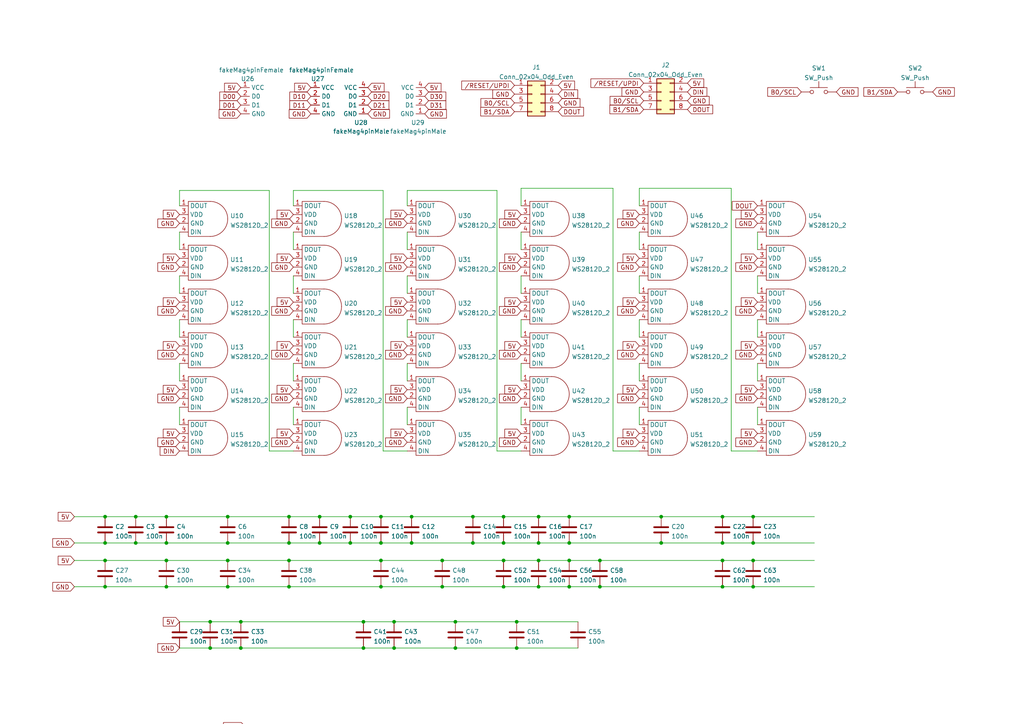
<source format=kicad_sch>
(kicad_sch (version 20230121) (generator eeschema)
  (paper "A4")
  (lib_symbols
    (symbol "Connector_Generic:Conn_02x04_Odd_Even" (pin_names (offset 1.016) hide)
      (property "Reference" "J" (at 1.27 5.08 0))
      (property "Value" "Conn_02x04_Odd_Even" (at 1.27 -7.62 0))
      (symbol "Conn_02x04_Odd_Even_1_1"
        (rectangle (start -1.27 -4.953) (end 0 -5.207) (stroke (width 0.1524)))
        (rectangle (start -1.27 -2.413) (end 0 -2.667) (stroke (width 0.1524)))
        (rectangle (start -1.27 0.127) (end 0 -0.127) (stroke (width 0.1524)))
        (rectangle (start -1.27 2.667) (end 0 2.413) (stroke (width 0.1524)))
        (rectangle (start -1.27 3.81) (end 3.81 -6.35) (stroke (width 0.254)) (fill (type background)))
        (rectangle (start 3.81 -4.953) (end 2.54 -5.207) (stroke (width 0.1524)))
        (rectangle (start 3.81 -2.413) (end 2.54 -2.667) (stroke (width 0.1524)))
        (rectangle (start 3.81 0.127) (end 2.54 -0.127) (stroke (width 0.1524)))
        (rectangle (start 3.81 2.667) (end 2.54 2.413) (stroke (width 0.1524)))
        (pin passive line (at -5.08 2.54 0) (length 3.81) (name "Pin_1") (number "1"))
        (pin passive line (at 7.62 2.54 180) (length 3.81) (name "Pin_2") (number "2"))
        (pin passive line (at -5.08 0 0) (length 3.81) (name "Pin_3") (number "3"))
        (pin passive line (at 7.62 0 180) (length 3.81) (name "Pin_4") (number "4"))
        (pin passive line (at -5.08 -2.54 0) (length 3.81) (name "Pin_5") (number "5"))
        (pin passive line (at 7.62 -2.54 180) (length 3.81) (name "Pin_6") (number "6"))
        (pin passive line (at -5.08 -5.08 0) (length 3.81) (name "Pin_7") (number "7"))
        (pin passive line (at 7.62 -5.08 180) (length 3.81) (name "Pin_8") (number "8"))
      )
    )
    (symbol "Device:C" (pin_numbers hide) (pin_names (offset 0.254))
      (property "Reference" "C" (at 0.635 2.54 0))
      (property "Value" "C" (at 0.635 -2.54 0))
      (symbol "C_0_1"
        (polyline (pts (xy -2.032 -0.762) (xy 2.032 -0.762)) (stroke (width 0.508)))
        (polyline (pts (xy -2.032 0.762) (xy 2.032 0.762)) (stroke (width 0.508)))
      )
      (symbol "C_1_1"
        (pin passive line (at 0 3.81 270) (length 2.794) (name "~") (number "1"))
        (pin passive line (at 0 -3.81 90) (length 2.794) (name "~") (number "2"))
      )
    )
    (symbol "Device:R" (pin_numbers hide) (pin_names (offset 0))
      (property "Reference" "R" (at 2.032 0 90))
      (property "Value" "R" (at 0 0 90))
      (symbol "R_0_1"
        (rectangle (start -1.016 -2.54) (end 1.016 2.54) (stroke (width 0.254)))
      )
      (symbol "R_1_1"
        (pin passive line (at 0 3.81 270) (length 1.27) (name "~") (number "1"))
        (pin passive line (at 0 -3.81 90) (length 1.27) (name "~") (number "2"))
      )
    )
    (symbol "MCU_Microchip_ATtiny:ATtiny1604-SS"
      (property "Reference" "U" (at -12.7 16.51 0))
      (property "Value" "ATtiny1604-SS" (at 2.54 -16.51 0))
      (symbol "ATtiny1604-SS_0_1"
        (rectangle (start -12.7 -15.24) (end 12.7 15.24) (stroke (width 0.254)) (fill (type background)))
      )
      (symbol "ATtiny1604-SS_1_1"
        (pin power_in line (at 0 17.78 270) (length 2.54) (name "VCC") (number "1"))
        (pin bidirectional line (at 15.24 10.16 180) (length 2.54) (name "~{RESET}/PA0") (number "10"))
        (pin bidirectional line (at 15.24 7.62 180) (length 2.54) (name "PA1") (number "11"))
        (pin bidirectional line (at 15.24 5.08 180) (length 2.54) (name "PA2") (number "12"))
        (pin bidirectional line (at 15.24 2.54 180) (length 2.54) (name "PA3") (number "13"))
        (pin power_in line (at 0 -17.78 90) (length 2.54) (name "GND") (number "14"))
        (pin bidirectional line (at 15.24 0 180) (length 2.54) (name "PA4") (number "2"))
        (pin bidirectional line (at 15.24 -2.54 180) (length 2.54) (name "PA5") (number "3"))
        (pin bidirectional line (at 15.24 -5.08 180) (length 2.54) (name "PA6") (number "4"))
        (pin bidirectional line (at 15.24 -7.62 180) (length 2.54) (name "PA7") (number "5"))
        (pin bidirectional line (at -15.24 2.54 0) (length 2.54) (name "PB3") (number "6"))
        (pin bidirectional line (at -15.24 5.08 0) (length 2.54) (name "PB2") (number "7"))
        (pin bidirectional line (at -15.24 7.62 0) (length 2.54) (name "PB1") (number "8"))
        (pin bidirectional line (at -15.24 10.16 0) (length 2.54) (name "PB0") (number "9"))
      )
    )
    (symbol "New_Library:WS2812D_2"
      (property "Reference" "U" (at 0 7.62 0))
      (property "Value" "WS2812D_2" (at 0 10.16 0))
      (symbol "WS2812D_2_0_1"
        (polyline (pts (xy 6.35 5.08) (xy 0 5.08) (xy 0 -5.08) (xy 6.35 -5.08)) (stroke (width 0.1524)))
        (arc (start 6.35 -5.08) (mid 9.9418 -3.5918) (end 11.43 0) (stroke (width 0.1524)))
        (arc (start 11.43 0) (mid 9.9421 3.5921) (end 6.35 5.08) (stroke (width 0.1524)))
      )
      (symbol "WS2812D_2_1_1"
        (pin output line (at -2.54 3.81 0) (length 2.54) (name "DOUT") (number "1"))
        (pin power_in line (at -2.54 -1.27 0) (length 2.54) (name "GND") (number "2"))
        (pin power_in line (at -2.54 1.27 0) (length 2.54) (name "VDD") (number "3"))
        (pin input line (at -2.54 -3.81 0) (length 2.54) (name "DIN") (number "4"))
      )
    )
    (symbol "New_Library:fakeMag4pinFemale"
      (property "Reference" "U" (at -1.27 10.16 0))
      (property "Value" "fakeMag4pinFemale" (at -1.27 7.62 0))
      (symbol "fakeMag4pinFemale_1_1"
        (pin input line (at -2.54 3.81 0) (length 2.54) (name "VCC") (number "1"))
        (pin input line (at -2.54 1.27 0) (length 2.54) (name "D0") (number "2"))
        (pin input line (at -2.54 -1.27 0) (length 2.54) (name "D1") (number "3"))
        (pin input line (at -2.54 -3.81 0) (length 2.54) (name "GND") (number "4"))
      )
    )
    (symbol "New_Library:fakeMag4pinMale"
      (property "Reference" "U" (at -1.27 10.16 0))
      (property "Value" "fakeMag4pinMale" (at -1.27 7.62 0))
      (symbol "fakeMag4pinMale_1_1"
        (pin input line (at -2.54 3.81 0) (length 2.54) (name "GND") (number "1"))
        (pin input line (at -2.54 1.27 0) (length 2.54) (name "D1") (number "2"))
        (pin input line (at -2.54 -1.27 0) (length 2.54) (name "D0") (number "3"))
        (pin input line (at -2.54 -3.81 0) (length 2.54) (name "VCC") (number "4"))
      )
    )
    (symbol "Switch:SW_Push" (pin_numbers hide) (pin_names (offset 1.016) hide)
      (property "Reference" "SW" (at 1.27 2.54 0))
      (property "Value" "SW_Push" (at 0 -1.524 0))
      (symbol "SW_Push_0_1"
        (circle (center -2.032 0) (radius 0.508))
        (polyline (pts (xy 0 1.27) (xy 0 3.048)))
        (polyline (pts (xy 2.54 1.27) (xy -2.54 1.27)))
        (circle (center 2.032 0) (radius 0.508))
        (pin passive line (at -5.08 0 0) (length 2.54) (name "1") (number "1"))
        (pin passive line (at 5.08 0 180) (length 2.54) (name "2") (number "2"))
      )
    )
  )
  (junction (at 132.08 180.34))
  (junction (at 128.27 162.56))
  (junction (at 218.44 162.56))
  (junction (at 48.26 157.48))
  (junction (at 146.05 157.48))
  (junction (at 132.08 187.96))
  (junction (at 30.48 149.86))
  (junction (at 66.04 162.56))
  (junction (at 39.37 157.48))
  (junction (at 110.49 157.48))
  (junction (at 149.86 187.96))
  (junction (at 209.55 170.18))
  (junction (at 39.37 149.86))
  (junction (at 156.21 162.56))
  (junction (at 119.38 149.86))
  (junction (at 92.71 157.48))
  (junction (at 156.21 157.48))
  (junction (at 191.77 149.86))
  (junction (at 137.16 149.86))
  (junction (at 137.16 157.48))
  (junction (at 146.05 149.86))
  (junction (at 165.1 157.48))
  (junction (at 48.26 162.56))
  (junction (at 69.85 187.96))
  (junction (at 83.82 149.86))
  (junction (at 105.41 180.34))
  (junction (at 149.86 180.34))
  (junction (at 110.49 162.56))
  (junction (at 156.21 170.18))
  (junction (at 101.6 157.48))
  (junction (at 173.99 162.56))
  (junction (at 156.21 149.86))
  (junction (at 48.26 170.18))
  (junction (at 209.55 157.48))
  (junction (at 101.6 149.86))
  (junction (at 30.48 170.18))
  (junction (at 165.1 162.56))
  (junction (at 146.05 170.18))
  (junction (at 66.04 157.48))
  (junction (at 105.41 187.96))
  (junction (at 92.71 149.86))
  (junction (at 30.48 157.48))
  (junction (at 83.82 162.56))
  (junction (at 83.82 157.48))
  (junction (at 173.99 170.18))
  (junction (at 66.04 170.18))
  (junction (at 218.44 149.86))
  (junction (at 66.04 149.86))
  (junction (at 30.48 162.56))
  (junction (at 218.44 157.48))
  (junction (at 48.26 149.86))
  (junction (at 209.55 149.86))
  (junction (at 60.96 180.34))
  (junction (at 114.3 187.96))
  (junction (at 69.85 180.34))
  (junction (at 128.27 170.18))
  (junction (at 60.96 187.96))
  (junction (at 165.1 170.18))
  (junction (at 218.44 170.18))
  (junction (at 83.82 170.18))
  (junction (at 191.77 157.48))
  (junction (at 110.49 170.18))
  (junction (at 114.3 180.34))
  (junction (at 209.55 162.56))
  (junction (at 110.49 149.86))
  (junction (at 146.05 162.56))
  (junction (at 165.1 149.86))
  (junction (at 119.38 157.48))
  (wire (pts (xy 219.71 67.31) (xy 219.71 72.39)))
  (wire (pts (xy 83.82 170.18) (xy 110.49 170.18)))
  (wire (pts (xy 185.42 80.01) (xy 185.42 85.09)))
  (wire (pts (xy 118.11 80.01) (xy 118.11 85.09)))
  (wire (pts (xy 118.11 67.31) (xy 118.11 72.39)))
  (wire (pts (xy 48.26 170.18) (xy 66.04 170.18)))
  (wire (pts (xy 219.71 118.11) (xy 219.71 123.19)))
  (wire (pts (xy 156.21 162.56) (xy 165.1 162.56)))
  (wire (pts (xy 128.27 170.18) (xy 146.05 170.18)))
  (wire (pts (xy 119.38 149.86) (xy 137.16 149.86)))
  (wire (pts (xy 30.48 170.18) (xy 48.26 170.18)))
  (wire (pts (xy 185.42 67.31) (xy 185.42 72.39)))
  (wire (pts (xy 110.49 162.56) (xy 128.27 162.56)))
  (wire (pts (xy 48.26 149.86) (xy 66.04 149.86)))
  (wire (pts (xy 185.42 59.69) (xy 185.42 54.61)))
  (wire (pts (xy 177.8 130.81) (xy 185.42 130.81)))
  (wire (pts (xy 146.05 162.56) (xy 156.21 162.56)))
  (wire (pts (xy 144.145 130.81) (xy 151.13 130.81)))
  (wire (pts (xy 146.05 149.86) (xy 156.21 149.86)))
  (wire (pts (xy 146.05 170.18) (xy 156.21 170.18)))
  (wire (pts (xy 191.77 157.48) (xy 209.55 157.48)))
  (wire (pts (xy 85.09 59.69) (xy 85.09 55.245)))
  (wire (pts (xy 151.13 80.01) (xy 151.13 85.09)))
  (wire (pts (xy 191.77 149.86) (xy 209.55 149.86)))
  (wire (pts (xy 39.37 157.48) (xy 48.26 157.48)))
  (wire (pts (xy 85.09 118.11) (xy 85.09 123.19)))
  (wire (pts (xy 114.3 180.34) (xy 132.08 180.34)))
  (wire (pts (xy 111.125 55.245) (xy 111.125 130.81)))
  (wire (pts (xy 52.07 80.01) (xy 52.07 85.09)))
  (wire (pts (xy 39.37 149.86) (xy 48.26 149.86)))
  (wire (pts (xy 137.16 149.86) (xy 146.05 149.86)))
  (wire (pts (xy 101.6 149.86) (xy 110.49 149.86)))
  (wire (pts (xy 119.38 157.48) (xy 137.16 157.48)))
  (wire (pts (xy 165.1 157.48) (xy 191.77 157.48)))
  (wire (pts (xy 144.145 55.245) (xy 144.145 130.81)))
  (wire (pts (xy 177.8 54.61) (xy 177.8 130.81)))
  (wire (pts (xy 21.59 162.56) (xy 30.48 162.56)))
  (wire (pts (xy 101.6 157.48) (xy 110.49 157.48)))
  (wire (pts (xy 118.11 55.245) (xy 144.145 55.245)))
  (wire (pts (xy 52.07 92.71) (xy 52.07 97.79)))
  (wire (pts (xy 156.21 149.86) (xy 165.1 149.86)))
  (wire (pts (xy 146.05 157.48) (xy 156.21 157.48)))
  (wire (pts (xy 151.13 54.61) (xy 177.8 54.61)))
  (wire (pts (xy 165.1 149.86) (xy 191.77 149.86)))
  (wire (pts (xy 60.96 187.96) (xy 69.85 187.96)))
  (wire (pts (xy 69.85 180.34) (xy 105.41 180.34)))
  (wire (pts (xy 30.48 162.56) (xy 48.26 162.56)))
  (wire (pts (xy 137.16 157.48) (xy 146.05 157.48)))
  (wire (pts (xy 69.85 187.96) (xy 105.41 187.96)))
  (wire (pts (xy 185.42 118.11) (xy 185.42 123.19)))
  (wire (pts (xy 218.44 170.18) (xy 236.22 170.18)))
  (wire (pts (xy 218.44 149.86) (xy 236.22 149.86)))
  (wire (pts (xy 52.07 67.31) (xy 52.07 72.39)))
  (wire (pts (xy 173.99 170.18) (xy 209.55 170.18)))
  (wire (pts (xy 21.59 170.18) (xy 30.48 170.18)))
  (wire (pts (xy 185.42 105.41) (xy 185.42 110.49)))
  (wire (pts (xy 111.125 130.81) (xy 118.11 130.81)))
  (wire (pts (xy 48.26 162.56) (xy 66.04 162.56)))
  (wire (pts (xy 219.71 105.41) (xy 219.71 110.49)))
  (wire (pts (xy 105.41 187.96) (xy 114.3 187.96)))
  (wire (pts (xy 66.04 157.48) (xy 83.82 157.48)))
  (wire (pts (xy 156.21 157.48) (xy 165.1 157.48)))
  (wire (pts (xy 110.49 149.86) (xy 119.38 149.86)))
  (wire (pts (xy 149.86 187.96) (xy 167.64 187.96)))
  (wire (pts (xy 110.49 157.48) (xy 119.38 157.48)))
  (wire (pts (xy 66.04 162.56) (xy 83.82 162.56)))
  (wire (pts (xy 85.09 80.01) (xy 85.09 85.09)))
  (wire (pts (xy 85.09 92.71) (xy 85.09 97.79)))
  (wire (pts (xy 110.49 170.18) (xy 128.27 170.18)))
  (wire (pts (xy 218.44 157.48) (xy 236.22 157.48)))
  (wire (pts (xy 118.11 118.11) (xy 118.11 123.19)))
  (wire (pts (xy 66.04 170.18) (xy 83.82 170.18)))
  (wire (pts (xy 92.71 149.86) (xy 101.6 149.86)))
  (wire (pts (xy 114.3 187.96) (xy 132.08 187.96)))
  (wire (pts (xy 52.07 105.41) (xy 52.07 110.49)))
  (wire (pts (xy 218.44 162.56) (xy 236.22 162.56)))
  (wire (pts (xy 128.27 162.56) (xy 146.05 162.56)))
  (wire (pts (xy 52.07 187.96) (xy 60.96 187.96)))
  (wire (pts (xy 209.55 170.18) (xy 218.44 170.18)))
  (wire (pts (xy 52.07 55.245) (xy 78.105 55.245)))
  (wire (pts (xy 185.42 54.61) (xy 212.09 54.61)))
  (wire (pts (xy 85.09 105.41) (xy 85.09 110.49)))
  (wire (pts (xy 151.13 105.41) (xy 151.13 110.49)))
  (wire (pts (xy 85.09 55.245) (xy 111.125 55.245)))
  (wire (pts (xy 149.86 180.34) (xy 167.64 180.34)))
  (wire (pts (xy 212.09 54.61) (xy 212.09 130.81)))
  (wire (pts (xy 165.1 170.18) (xy 173.99 170.18)))
  (wire (pts (xy 92.71 157.48) (xy 101.6 157.48)))
  (wire (pts (xy 78.105 55.245) (xy 78.105 130.81)))
  (wire (pts (xy 132.08 180.34) (xy 149.86 180.34)))
  (wire (pts (xy 132.08 187.96) (xy 149.86 187.96)))
  (wire (pts (xy 151.13 118.11) (xy 151.13 123.19)))
  (wire (pts (xy 105.41 180.34) (xy 114.3 180.34)))
  (wire (pts (xy 78.105 130.81) (xy 85.09 130.81)))
  (wire (pts (xy 118.11 105.41) (xy 118.11 110.49)))
  (wire (pts (xy 66.04 149.86) (xy 83.82 149.86)))
  (wire (pts (xy 156.21 170.18) (xy 165.1 170.18)))
  (wire (pts (xy 48.26 157.48) (xy 66.04 157.48)))
  (wire (pts (xy 83.82 162.56) (xy 110.49 162.56)))
  (wire (pts (xy 30.48 157.48) (xy 39.37 157.48)))
  (wire (pts (xy 219.71 92.71) (xy 219.71 97.79)))
  (wire (pts (xy 165.1 162.56) (xy 173.99 162.56)))
  (wire (pts (xy 21.59 149.86) (xy 30.48 149.86)))
  (wire (pts (xy 30.48 149.86) (xy 39.37 149.86)))
  (wire (pts (xy 151.13 92.71) (xy 151.13 97.79)))
  (wire (pts (xy 52.07 180.34) (xy 60.96 180.34)))
  (wire (pts (xy 209.55 157.48) (xy 218.44 157.48)))
  (wire (pts (xy 219.71 80.01) (xy 219.71 85.09)))
  (wire (pts (xy 185.42 92.71) (xy 185.42 97.79)))
  (wire (pts (xy 173.99 162.56) (xy 209.55 162.56)))
  (wire (pts (xy 209.55 149.86) (xy 218.44 149.86)))
  (wire (pts (xy 60.96 180.34) (xy 69.85 180.34)))
  (wire (pts (xy 85.09 67.31) (xy 85.09 72.39)))
  (wire (pts (xy 83.82 149.86) (xy 92.71 149.86)))
  (wire (pts (xy 52.07 118.11) (xy 52.07 123.19)))
  (wire (pts (xy 151.13 59.69) (xy 151.13 54.61)))
  (wire (pts (xy 212.09 130.81) (xy 219.71 130.81)))
  (wire (pts (xy 118.11 59.69) (xy 118.11 55.245)))
  (wire (pts (xy 151.13 67.31) (xy 151.13 72.39)))
  (wire (pts (xy 118.11 92.71) (xy 118.11 97.79)))
  (wire (pts (xy 21.59 157.48) (xy 30.48 157.48)))
  (wire (pts (xy 209.55 162.56) (xy 218.44 162.56)))
  (wire (pts (xy 83.82 157.48) (xy 92.71 157.48)))
  (wire (pts (xy 52.07 59.69) (xy 52.07 55.245)))
  (global_label "GND" (shape input) (at 71.12 254 180) (property "Intersheetrefs" "${INTERSHEET_REFS}" (effects hide)))
  (global_label "GND" (shape input) (at 185.42 115.57 180) (property "Intersheetrefs" "${INTERSHEET_REFS}" (effects hide)))
  (global_label "5V" (shape input) (at 118.11 62.23 180) (property "Intersheetrefs" "${INTERSHEET_REFS}" (effects hide)))
  (global_label "5V" (shape input) (at 52.07 100.33 180) (property "Intersheetrefs" "${INTERSHEET_REFS}" (effects hide)))
  (global_label "GND" (shape input) (at 185.42 77.47 180) (property "Intersheetrefs" "${INTERSHEET_REFS}" (effects hide)))
  (global_label "GND" (shape input) (at 151.13 64.77 180) (property "Intersheetrefs" "${INTERSHEET_REFS}" (effects hide)))
  (global_label "GND" (shape input) (at 219.71 64.77 180) (property "Intersheetrefs" "${INTERSHEET_REFS}" (effects hide)))
  (global_label "5V" (shape input) (at 185.42 100.33 180) (property "Intersheetrefs" "${INTERSHEET_REFS}" (effects hide)))
  (global_label "5V" (shape input) (at 52.07 113.03 180) (property "Intersheetrefs" "${INTERSHEET_REFS}" (effects hide)))
  (global_label "{slash}RESET{slash}UPDI" (shape input) (at 186.69 24.13 180) (property "Intersheetrefs" "${INTERSHEET_REFS}" (effects hide)))
  (global_label "GND" (shape input) (at 242.57 26.67 0) (property "Intersheetrefs" "${INTERSHEET_REFS}" (effects hide)))
  (global_label "GND" (shape input) (at 118.11 102.87 180) (property "Intersheetrefs" "${INTERSHEET_REFS}" (effects hide)))
  (global_label "GND" (shape input) (at 186.69 26.67 180) (property "Intersheetrefs" "${INTERSHEET_REFS}" (effects hide)))
  (global_label "DIN" (shape input) (at 93.98 228.6 0) (property "Intersheetrefs" "${INTERSHEET_REFS}" (effects hide)))
  (global_label "GND" (shape input) (at 151.13 102.87 180) (property "Intersheetrefs" "${INTERSHEET_REFS}" (effects hide)))
  (global_label "5V" (shape input) (at 151.13 113.03 180) (property "Intersheetrefs" "${INTERSHEET_REFS}" (effects hide)))
  (global_label "B0{slash}SCL" (shape input) (at 149.225 29.845 180) (property "Intersheetrefs" "${INTERSHEET_REFS}" (effects hide)))
  (global_label "5V" (shape input) (at 185.42 87.63 180) (property "Intersheetrefs" "${INTERSHEET_REFS}" (effects hide)))
  (global_label "GND" (shape input) (at 185.42 90.17 180) (property "Intersheetrefs" "${INTERSHEET_REFS}" (effects hide)))
  (global_label "DIN" (shape input) (at 199.39 26.67 0) (property "Intersheetrefs" "${INTERSHEET_REFS}" (effects hide)))
  (global_label "DOUT" (shape input) (at 219.71 59.69 180) (property "Intersheetrefs" "${INTERSHEET_REFS}" (effects hide)))
  (global_label "GND" (shape input) (at 149.225 27.305 180) (property "Intersheetrefs" "${INTERSHEET_REFS}" (effects hide)))
  (global_label "GND" (shape input) (at 185.42 64.77 180) (property "Intersheetrefs" "${INTERSHEET_REFS}" (effects hide)))
  (global_label "GND" (shape input) (at 118.11 64.77 180) (property "Intersheetrefs" "${INTERSHEET_REFS}" (effects hide)))
  (global_label "B1{slash}SDA" (shape input) (at 260.35 26.67 180) (property "Intersheetrefs" "${INTERSHEET_REFS}" (effects hide)))
  (global_label "5V" (shape input) (at 52.07 62.23 180) (property "Intersheetrefs" "${INTERSHEET_REFS}" (effects hide)))
  (global_label "GND" (shape input) (at 219.71 90.17 180) (property "Intersheetrefs" "${INTERSHEET_REFS}" (effects hide)))
  (global_label "D20" (shape input) (at 86.36 243.84 0) (property "Intersheetrefs" "${INTERSHEET_REFS}" (effects hide)))
  (global_label "5V" (shape input) (at 21.59 149.86 180) (property "Intersheetrefs" "${INTERSHEET_REFS}" (effects hide)))
  (global_label "5V" (shape input) (at 52.07 74.93 180) (property "Intersheetrefs" "${INTERSHEET_REFS}" (effects hide)))
  (global_label "D00" (shape input) (at 86.36 231.14 0) (property "Intersheetrefs" "${INTERSHEET_REFS}" (effects hide)))
  (global_label "5V" (shape input) (at 161.925 24.765 0) (property "Intersheetrefs" "${INTERSHEET_REFS}" (effects hide)))
  (global_label "GND" (shape input) (at 219.71 115.57 180) (property "Intersheetrefs" "${INTERSHEET_REFS}" (effects hide)))
  (global_label "GND" (shape input) (at 151.13 77.47 180) (property "Intersheetrefs" "${INTERSHEET_REFS}" (effects hide)))
  (global_label "GND" (shape input) (at 151.13 115.57 180) (property "Intersheetrefs" "${INTERSHEET_REFS}" (effects hide)))
  (global_label "D01" (shape input) (at 69.85 30.48 180) (property "Intersheetrefs" "${INTERSHEET_REFS}" (effects hide)))
  (global_label "B0{slash}SCL" (shape input) (at 186.69 29.21 180) (property "Intersheetrefs" "${INTERSHEET_REFS}" (effects hide)))
  (global_label "5V" (shape input) (at 52.07 180.34 180) (property "Intersheetrefs" "${INTERSHEET_REFS}" (effects hide)))
  (global_label "5V" (shape input) (at 106.68 25.4 0) (property "Intersheetrefs" "${INTERSHEET_REFS}" (effects hide)))
  (global_label "5V" (shape input) (at 52.07 87.63 180) (property "Intersheetrefs" "${INTERSHEET_REFS}" (effects hide)))
  (global_label "5V" (shape input) (at 85.09 62.23 180) (property "Intersheetrefs" "${INTERSHEET_REFS}" (effects hide)))
  (global_label "5V" (shape input) (at 151.13 62.23 180) (property "Intersheetrefs" "${INTERSHEET_REFS}" (effects hide)))
  (global_label "5V" (shape input) (at 85.09 125.73 180) (property "Intersheetrefs" "${INTERSHEET_REFS}" (effects hide)))
  (global_label "DIN" (shape input) (at 161.925 27.305 0) (property "Intersheetrefs" "${INTERSHEET_REFS}" (effects hide)))
  (global_label "D01" (shape input) (at 86.36 233.68 0) (property "Intersheetrefs" "${INTERSHEET_REFS}" (effects hide)))
  (global_label "D30" (shape input) (at 123.19 27.94 0) (property "Intersheetrefs" "${INTERSHEET_REFS}" (effects hide)))
  (global_label "GND" (shape input) (at 85.09 64.77 180) (property "Intersheetrefs" "${INTERSHEET_REFS}" (effects hide)))
  (global_label "5V" (shape input) (at 69.85 25.4 180) (property "Intersheetrefs" "${INTERSHEET_REFS}" (effects hide)))
  (global_label "GND" (shape input) (at 85.09 128.27 180) (property "Intersheetrefs" "${INTERSHEET_REFS}" (effects hide)))
  (global_label "5V" (shape input) (at 52.07 125.73 180) (property "Intersheetrefs" "${INTERSHEET_REFS}" (effects hide)))
  (global_label "5V" (shape input) (at 85.09 113.03 180) (property "Intersheetrefs" "${INTERSHEET_REFS}" (effects hide)))
  (global_label "GND" (shape input) (at 52.07 90.17 180) (property "Intersheetrefs" "${INTERSHEET_REFS}" (effects hide)))
  (global_label "D11" (shape input) (at 86.36 238.76 0) (property "Intersheetrefs" "${INTERSHEET_REFS}" (effects hide)))
  (global_label "D11" (shape input) (at 90.17 30.48 180) (property "Intersheetrefs" "${INTERSHEET_REFS}" (effects hide)))
  (global_label "5V" (shape input) (at 118.11 74.93 180) (property "Intersheetrefs" "${INTERSHEET_REFS}" (effects hide)))
  (global_label "DIN" (shape input) (at 52.07 130.81 180) (property "Intersheetrefs" "${INTERSHEET_REFS}" (effects hide)))
  (global_label "GND" (shape input) (at 219.71 128.27 180) (property "Intersheetrefs" "${INTERSHEET_REFS}" (effects hide)))
  (global_label "D21" (shape input) (at 106.68 30.48 0) (property "Intersheetrefs" "${INTERSHEET_REFS}" (effects hide)))
  (global_label "5V" (shape input) (at 219.71 87.63 180) (property "Intersheetrefs" "${INTERSHEET_REFS}" (effects hide)))
  (global_label "5V" (shape input) (at 219.71 62.23 180) (property "Intersheetrefs" "${INTERSHEET_REFS}" (effects hide)))
  (global_label "GND" (shape input) (at 219.71 77.47 180) (property "Intersheetrefs" "${INTERSHEET_REFS}" (effects hide)))
  (global_label "D00" (shape input) (at 69.85 27.94 180) (property "Intersheetrefs" "${INTERSHEET_REFS}" (effects hide)))
  (global_label "B0{slash}SCL" (shape input) (at 55.88 226.06 180) (property "Intersheetrefs" "${INTERSHEET_REFS}" (effects hide)))
  (global_label "GND" (shape input) (at 118.11 90.17 180) (property "Intersheetrefs" "${INTERSHEET_REFS}" (effects hide)))
  (global_label "B1{slash}SDA" (shape input) (at 55.88 228.6 180) (property "Intersheetrefs" "${INTERSHEET_REFS}" (effects hide)))
  (global_label "5V" (shape input) (at 219.71 100.33 180) (property "Intersheetrefs" "${INTERSHEET_REFS}" (effects hide)))
  (global_label "5V" (shape input) (at 151.13 100.33 180) (property "Intersheetrefs" "${INTERSHEET_REFS}" (effects hide)))
  (global_label "5V" (shape input) (at 123.19 25.4 0) (property "Intersheetrefs" "${INTERSHEET_REFS}" (effects hide)))
  (global_label "GND" (shape input) (at 185.42 102.87 180) (property "Intersheetrefs" "${INTERSHEET_REFS}" (effects hide)))
  (global_label "D31" (shape input) (at 55.88 233.68 180) (property "Intersheetrefs" "${INTERSHEET_REFS}" (effects hide)))
  (global_label "GND" (shape input) (at 270.51 26.67 0) (property "Intersheetrefs" "${INTERSHEET_REFS}" (effects hide)))
  (global_label "GND" (shape input) (at 106.68 33.02 0) (property "Intersheetrefs" "${INTERSHEET_REFS}" (effects hide)))
  (global_label "B0{slash}SCL" (shape input) (at 232.41 26.67 180) (property "Intersheetrefs" "${INTERSHEET_REFS}" (effects hide)))
  (global_label "B1{slash}SDA" (shape input) (at 149.225 32.385 180) (property "Intersheetrefs" "${INTERSHEET_REFS}" (effects hide)))
  (global_label "5V" (shape input) (at 151.13 125.73 180) (property "Intersheetrefs" "${INTERSHEET_REFS}" (effects hide)))
  (global_label "D21" (shape input) (at 86.36 241.3 0) (property "Intersheetrefs" "${INTERSHEET_REFS}" (effects hide)))
  (global_label "D10" (shape input) (at 86.36 236.22 0) (property "Intersheetrefs" "${INTERSHEET_REFS}" (effects hide)))
  (global_label "D30" (shape input) (at 55.88 231.14 180) (property "Intersheetrefs" "${INTERSHEET_REFS}" (effects hide)))
  (global_label "GND" (shape input) (at 52.07 115.57 180) (property "Intersheetrefs" "${INTERSHEET_REFS}" (effects hide)))
  (global_label "GND" (shape input) (at 85.09 102.87 180) (property "Intersheetrefs" "${INTERSHEET_REFS}" (effects hide)))
  (global_label "GND" (shape input) (at 71.12 210.82 180) (property "Intersheetrefs" "${INTERSHEET_REFS}" (effects hide)))
  (global_label "5V" (shape input) (at 21.59 162.56 180) (property "Intersheetrefs" "${INTERSHEET_REFS}" (effects hide)))
  (global_label "5V" (shape input) (at 219.71 74.93 180) (property "Intersheetrefs" "${INTERSHEET_REFS}" (effects hide)))
  (global_label "GND" (shape input) (at 85.09 115.57 180) (property "Intersheetrefs" "${INTERSHEET_REFS}" (effects hide)))
  (global_label "GND" (shape input) (at 199.39 29.21 0) (property "Intersheetrefs" "${INTERSHEET_REFS}" (effects hide)))
  (global_label "GND" (shape input) (at 21.59 157.48 180) (property "Intersheetrefs" "${INTERSHEET_REFS}" (effects hide)))
  (global_label "5V" (shape input) (at 219.71 125.73 180) (property "Intersheetrefs" "${INTERSHEET_REFS}" (effects hide)))
  (global_label "D20" (shape input) (at 106.68 27.94 0) (property "Intersheetrefs" "${INTERSHEET_REFS}" (effects hide)))
  (global_label "5V" (shape input) (at 118.11 87.63 180) (property "Intersheetrefs" "${INTERSHEET_REFS}" (effects hide)))
  (global_label "{slash}RESET{slash}UPDI" (shape input) (at 86.36 226.06 0) (property "Intersheetrefs" "${INTERSHEET_REFS}" (effects hide)))
  (global_label "GND" (shape input) (at 52.07 77.47 180) (property "Intersheetrefs" "${INTERSHEET_REFS}" (effects hide)))
  (global_label "5V" (shape input) (at 118.11 113.03 180) (property "Intersheetrefs" "${INTERSHEET_REFS}" (effects hide)))
  (global_label "5V" (shape input) (at 118.11 100.33 180) (property "Intersheetrefs" "${INTERSHEET_REFS}" (effects hide)))
  (global_label "GND" (shape input) (at 52.07 128.27 180) (property "Intersheetrefs" "${INTERSHEET_REFS}" (effects hide)))
  (global_label "5V" (shape input) (at 219.71 113.03 180) (property "Intersheetrefs" "${INTERSHEET_REFS}" (effects hide)))
  (global_label "5V" (shape input) (at 85.09 100.33 180) (property "Intersheetrefs" "${INTERSHEET_REFS}" (effects hide)))
  (global_label "GND" (shape input) (at 85.09 77.47 180) (property "Intersheetrefs" "${INTERSHEET_REFS}" (effects hide)))
  (global_label "GND" (shape input) (at 185.42 128.27 180) (property "Intersheetrefs" "${INTERSHEET_REFS}" (effects hide)))
  (global_label "DOUT" (shape input) (at 199.39 31.75 0) (property "Intersheetrefs" "${INTERSHEET_REFS}" (effects hide)))
  (global_label "GND" (shape input) (at 90.17 33.02 180) (property "Intersheetrefs" "${INTERSHEET_REFS}" (effects hide)))
  (global_label "5V" (shape input) (at 151.13 87.63 180) (property "Intersheetrefs" "${INTERSHEET_REFS}" (effects hide)))
  (global_label "5V" (shape input) (at 185.42 62.23 180) (property "Intersheetrefs" "${INTERSHEET_REFS}" (effects hide)))
  (global_label "5V" (shape input) (at 185.42 74.93 180) (property "Intersheetrefs" "${INTERSHEET_REFS}" (effects hide)))
  (global_label "GND" (shape input) (at 151.13 90.17 180) (property "Intersheetrefs" "${INTERSHEET_REFS}" (effects hide)))
  (global_label "5V" (shape input) (at 151.13 74.93 180) (property "Intersheetrefs" "${INTERSHEET_REFS}" (effects hide)))
  (global_label "5V" (shape input) (at 185.42 113.03 180) (property "Intersheetrefs" "${INTERSHEET_REFS}" (effects hide)))
  (global_label "GND" (shape input) (at 52.07 64.77 180) (property "Intersheetrefs" "${INTERSHEET_REFS}" (effects hide)))
  (global_label "{slash}RESET{slash}UPDI" (shape input) (at 149.225 24.765 180) (property "Intersheetrefs" "${INTERSHEET_REFS}" (effects hide)))
  (global_label "5V" (shape input) (at 118.11 125.73 180) (property "Intersheetrefs" "${INTERSHEET_REFS}" (effects hide)))
  (global_label "5V" (shape input) (at 85.09 87.63 180) (property "Intersheetrefs" "${INTERSHEET_REFS}" (effects hide)))
  (global_label "5V" (shape input) (at 85.09 74.93 180) (property "Intersheetrefs" "${INTERSHEET_REFS}" (effects hide)))
  (global_label "GND" (shape input) (at 118.11 77.47 180) (property "Intersheetrefs" "${INTERSHEET_REFS}" (effects hide)))
  (global_label "GND" (shape input) (at 151.13 128.27 180) (property "Intersheetrefs" "${INTERSHEET_REFS}" (effects hide)))
  (global_label "5V" (shape input) (at 90.17 25.4 180) (property "Intersheetrefs" "${INTERSHEET_REFS}" (effects hide)))
  (global_label "GND" (shape input) (at 118.11 128.27 180) (property "Intersheetrefs" "${INTERSHEET_REFS}" (effects hide)))
  (global_label "B1{slash}SDA" (shape input) (at 186.69 31.75 180) (property "Intersheetrefs" "${INTERSHEET_REFS}" (effects hide)))
  (global_label "5V" (shape input) (at 71.12 218.44 180) (property "Intersheetrefs" "${INTERSHEET_REFS}" (effects hide)))
  (global_label "GND" (shape input) (at 118.11 115.57 180) (property "Intersheetrefs" "${INTERSHEET_REFS}" (effects hide)))
  (global_label "5V" (shape input) (at 199.39 24.13 0) (property "Intersheetrefs" "${INTERSHEET_REFS}" (effects hide)))
  (global_label "GND" (shape input) (at 161.925 29.845 0) (property "Intersheetrefs" "${INTERSHEET_REFS}" (effects hide)))
  (global_label "GND" (shape input) (at 123.19 33.02 0) (property "Intersheetrefs" "${INTERSHEET_REFS}" (effects hide)))
  (global_label "GND" (shape input) (at 52.07 102.87 180) (property "Intersheetrefs" "${INTERSHEET_REFS}" (effects hide)))
  (global_label "GND" (shape input) (at 52.07 187.96 180) (property "Intersheetrefs" "${INTERSHEET_REFS}" (effects hide)))
  (global_label "GND" (shape input) (at 219.71 102.87 180) (property "Intersheetrefs" "${INTERSHEET_REFS}" (effects hide)))
  (global_label "5V" (shape input) (at 185.42 125.73 180) (property "Intersheetrefs" "${INTERSHEET_REFS}" (effects hide)))
  (global_label "DOUT" (shape input) (at 161.925 32.385 0) (property "Intersheetrefs" "${INTERSHEET_REFS}" (effects hide)))
  (global_label "GND" (shape input) (at 69.85 33.02 180) (property "Intersheetrefs" "${INTERSHEET_REFS}" (effects hide)))
  (global_label "D31" (shape input) (at 123.19 30.48 0) (property "Intersheetrefs" "${INTERSHEET_REFS}" (effects hide)))
  (global_label "GND" (shape input) (at 21.59 170.18 180) (property "Intersheetrefs" "${INTERSHEET_REFS}" (effects hide)))
  (global_label "GND" (shape input) (at 85.09 90.17 180) (property "Intersheetrefs" "${INTERSHEET_REFS}" (effects hide)))
  (global_label "D10" (shape input) (at 90.17 27.94 180) (property "Intersheetrefs" "${INTERSHEET_REFS}" (effects hide)))
  (symbol (lib_id "Device:C") (at 209.55 153.67 0) (unit 1)
    (property "Reference" "C22" (at 212.471 152.7615 0) (effects (justify left)))
    (property "Value" "100n" (at 212.471 155.5366 0) (effects (justify left)))
    (property "Footprint" "Capacitor_SMD:C_0603_1608Metric" (effects hide))
  )
  (symbol (lib_id "Device:C") (at 83.82 153.67 0) (unit 1)
    (property "Reference" "C8" (at 86.741 152.7615 0) (effects (justify left)))
    (property "Value" "100n" (at 86.741 155.5366 0) (effects (justify left)))
    (property "Footprint" "Capacitor_SMD:C_0603_1608Metric" (effects hide))
  )
  (symbol (lib_id "Connector_Generic:Conn_02x04_Odd_Even") (at 191.77 26.67 0) (unit 1)
    (property "Reference" "J2" (at 193.04 18.8935 0))
    (property "Value" "Conn_02x04_Odd_Even" (at 193.04 21.6686 0))
    (property "Footprint" "Connector_PinHeader_2.54mm:PinHeader_2x04_P2.54mm_Vertical_SMD" (effects hide))
    (property "MPN" "54202-S08-04LF" (effects hide))
  )
  (symbol (lib_id "Device:C") (at 218.44 166.37 0) (unit 1)
    (property "Reference" "C63" (at 221.361 165.4615 0) (effects (justify left)))
    (property "Value" "100n" (at 221.361 168.2366 0) (effects (justify left)))
    (property "Footprint" "Capacitor_SMD:C_0603_1608Metric" (effects hide))
  )
  (symbol (lib_id "New_Library:WS2812D_2") (at 222.25 114.3 0) (unit 1)
    (property "Reference" "U58" (at 234.3912 113.3915 0) (effects (justify left)))
    (property "Value" "WS2812D_2" (at 234.3912 116.1666 0) (effects (justify left)))
    (property "Footprint" "Library:WS2812DwideC" (effects hide))
  )
  (symbol (lib_id "Device:C") (at 173.99 166.37 0) (unit 1)
    (property "Reference" "C58" (at 176.911 165.4615 0) (effects (justify left)))
    (property "Value" "100n" (at 176.911 168.2366 0) (effects (justify left)))
    (property "Footprint" "Capacitor_SMD:C_0603_1608Metric" (effects hide))
  )
  (symbol (lib_id "New_Library:WS2812D_2") (at 120.65 88.9 0) (unit 1)
    (property "Reference" "U32" (at 132.7912 87.9915 0) (effects (justify left)))
    (property "Value" "WS2812D_2" (at 132.7912 90.7666 0) (effects (justify left)))
    (property "Footprint" "Library:WS2812DwideC" (effects hide))
  )
  (symbol (lib_id "Device:C") (at 119.38 153.67 0) (unit 1)
    (property "Reference" "C12" (at 122.301 152.7615 0) (effects (justify left)))
    (property "Value" "100n" (at 122.301 155.5366 0) (effects (justify left)))
    (property "Footprint" "Capacitor_SMD:C_0603_1608Metric" (effects hide))
  )
  (symbol (lib_id "New_Library:WS2812D_2") (at 87.63 101.6 0) (unit 1)
    (property "Reference" "U21" (at 99.7712 100.6915 0) (effects (justify left)))
    (property "Value" "WS2812D_2" (at 99.7712 103.4666 0) (effects (justify left)))
    (property "Footprint" "Library:WS2812DwideC" (effects hide))
  )
  (symbol (lib_id "Device:C") (at 66.04 153.67 0) (unit 1)
    (property "Reference" "C6" (at 68.961 152.7615 0) (effects (justify left)))
    (property "Value" "100n" (at 68.961 155.5366 0) (effects (justify left)))
    (property "Footprint" "Capacitor_SMD:C_0603_1608Metric" (effects hide))
  )
  (symbol (lib_id "Connector_Generic:Conn_02x04_Odd_Even") (at 154.305 27.305 0) (unit 1)
    (property "Reference" "J1" (at 155.575 19.5285 0))
    (property "Value" "Conn_02x04_Odd_Even" (at 155.575 22.3036 0))
    (property "Footprint" "Connector_PinHeader_2.54mm:PinHeader_2x04_P2.54mm_Vertical_SMD" (effects hide))
    (property "MPN" "54202-S08-04LF" (effects hide))
  )
  (symbol (lib_id "Device:C") (at 105.41 184.15 0) (unit 1)
    (property "Reference" "C41" (at 108.331 183.2415 0) (effects (justify left)))
    (property "Value" "100n" (at 108.331 186.0166 0) (effects (justify left)))
    (property "Footprint" "Capacitor_SMD:C_0603_1608Metric" (effects hide))
  )
  (symbol (lib_id "New_Library:fakeMag4pinFemale") (at 72.39 29.21 0) (unit 1)
    (property "Reference" "U26" (at 69.85 22.86 0) (effects (justify left)))
    (property "Value" "fakeMag4pinFemale" (at 63.5 20.32 0) (effects (justify left)))
    (property "Footprint" "Library:fakemag4pin90degFemale" (effects hide))
    (property "MPN" "MG0422F-RA" (effects hide))
  )
  (symbol (lib_id "Device:C") (at 39.37 153.67 0) (unit 1)
    (property "Reference" "C3" (at 42.291 152.7615 0) (effects (justify left)))
    (property "Value" "100n" (at 42.291 155.5366 0) (effects (justify left)))
    (property "Footprint" "Capacitor_SMD:C_0603_1608Metric" (effects hide))
  )
  (symbol (lib_id "Device:C") (at 156.21 153.67 0) (unit 1)
    (property "Reference" "C16" (at 159.131 152.7615 0) (effects (justify left)))
    (property "Value" "100n" (at 159.131 155.5366 0) (effects (justify left)))
    (property "Footprint" "Capacitor_SMD:C_0603_1608Metric" (effects hide))
  )
  (symbol (lib_id "New_Library:WS2812D_2") (at 187.96 88.9 0) (unit 1)
    (property "Reference" "U48" (at 200.1012 87.9915 0) (effects (justify left)))
    (property "Value" "WS2812D_2" (at 200.1012 90.7666 0) (effects (justify left)))
    (property "Footprint" "Library:WS2812DwideC" (effects hide))
  )
  (symbol (lib_id "Device:C") (at 218.44 153.67 0) (unit 1)
    (property "Reference" "C23" (at 221.361 152.7615 0) (effects (justify left)))
    (property "Value" "100n" (at 221.361 155.5366 0) (effects (justify left)))
    (property "Footprint" "Capacitor_SMD:C_0603_1608Metric" (effects hide))
  )
  (symbol (lib_id "Device:C") (at 92.71 153.67 0) (unit 1)
    (property "Reference" "C9" (at 95.631 152.7615 0) (effects (justify left)))
    (property "Value" "100n" (at 95.631 155.5366 0) (effects (justify left)))
    (property "Footprint" "Capacitor_SMD:C_0603_1608Metric" (effects hide))
  )
  (symbol (lib_id "Device:C") (at 110.49 153.67 0) (unit 1)
    (property "Reference" "C11" (at 113.411 152.7615 0) (effects (justify left)))
    (property "Value" "100n" (at 113.411 155.5366 0) (effects (justify left)))
    (property "Footprint" "Capacitor_SMD:C_0603_1608Metric" (effects hide))
  )
  (symbol (lib_id "Switch:SW_Push") (at 265.43 26.67 0) (unit 1)
    (property "Reference" "SW2" (at 265.43 19.7825 0))
    (property "Value" "SW_Push" (at 265.43 22.5576 0))
    (property "Footprint" "Library:SMD_ButtonC354946" (effects hide))
    (property "MPN" "TSA343G00-250J2" (effects hide))
  )
  (symbol (lib_id "New_Library:WS2812D_2") (at 120.65 101.6 0) (unit 1)
    (property "Reference" "U33" (at 132.7912 100.6915 0) (effects (justify left)))
    (property "Value" "WS2812D_2" (at 132.7912 103.4666 0) (effects (justify left)))
    (property "Footprint" "Library:WS2812DwideC" (effects hide))
  )
  (symbol (lib_id "New_Library:fakeMag4pinFemale") (at 92.71 29.21 0) (unit 1)
    (property "Reference" "U27" (at 90.17 22.86 0) (effects (justify left)))
    (property "Value" "fakeMag4pinFemale" (at 83.82 20.32 0) (effects (justify left)))
    (property "Footprint" "Library:fakemag4pin90degFemale" (effects hide))
    (property "MPN" "MG0422F-RA" (effects hide))
  )
  (symbol (lib_id "New_Library:WS2812D_2") (at 153.67 114.3 0) (unit 1)
    (property "Reference" "U42" (at 165.8112 113.3915 0) (effects (justify left)))
    (property "Value" "WS2812D_2" (at 165.8112 116.1666 0) (effects (justify left)))
    (property "Footprint" "Library:WS2812DwideC" (effects hide))
  )
  (symbol (lib_id "Device:C") (at 48.26 153.67 0) (unit 1)
    (property "Reference" "C4" (at 51.181 152.7615 0) (effects (justify left)))
    (property "Value" "100n" (at 51.181 155.5366 0) (effects (justify left)))
    (property "Footprint" "Capacitor_SMD:C_0603_1608Metric" (effects hide))
  )
  (symbol (lib_id "New_Library:WS2812D_2") (at 222.25 76.2 0) (unit 1)
    (property "Reference" "U55" (at 234.3912 75.2915 0) (effects (justify left)))
    (property "Value" "WS2812D_2" (at 234.3912 78.0666 0) (effects (justify left)))
    (property "Footprint" "Library:WS2812DwideC" (effects hide))
  )
  (symbol (lib_id "New_Library:WS2812D_2") (at 87.63 88.9 0) (unit 1)
    (property "Reference" "U20" (at 99.7712 87.9915 0) (effects (justify left)))
    (property "Value" "WS2812D_2" (at 99.7712 90.7666 0) (effects (justify left)))
    (property "Footprint" "Library:WS2812DwideC" (effects hide))
  )
  (symbol (lib_id "New_Library:WS2812D_2") (at 153.67 76.2 0) (unit 1)
    (property "Reference" "U39" (at 165.8112 75.2915 0) (effects (justify left)))
    (property "Value" "WS2812D_2" (at 165.8112 78.0666 0) (effects (justify left)))
    (property "Footprint" "Library:WS2812DwideC" (effects hide))
  )
  (symbol (lib_id "MCU_Microchip_ATtiny:ATtiny1604-SS") (at 71.12 236.22 0) (unit 1)
    (property "Reference" "U69" (at 73.1394 217.0135 0) (effects (justify left)))
    (property "Value" "ATtiny1604-SS" (at 73.1394 219.7886 0) (effects (justify left)))
    (property "Footprint" "Package_SO:SOIC-14_3.9x8.7mm_P1.27mm" (effects hide))
    (property "Datasheet" "http://ww1.microchip.com/downloads/en/DeviceDoc/ATtiny804_1604-Data-Sheet-40002028A.pdf" (effects hide))
  )
  (symbol (lib_id "New_Library:WS2812D_2") (at 54.61 63.5 0) (unit 1)
    (property "Reference" "U10" (at 66.7512 62.5915 0) (effects (justify left)))
    (property "Value" "WS2812D_2" (at 66.7512 65.3666 0) (effects (justify left)))
    (property "Footprint" "Library:WS2812DwideC" (effects hide))
  )
  (symbol (lib_id "Device:C") (at 60.96 184.15 0) (unit 1)
    (property "Reference" "C31" (at 63.881 183.2415 0) (effects (justify left)))
    (property "Value" "100n" (at 63.881 186.0166 0) (effects (justify left)))
    (property "Footprint" "Capacitor_SMD:C_0603_1608Metric" (effects hide))
  )
  (symbol (lib_id "Device:C") (at 69.85 184.15 0) (unit 1)
    (property "Reference" "C33" (at 72.771 183.2415 0) (effects (justify left)))
    (property "Value" "100n" (at 72.771 186.0166 0) (effects (justify left)))
    (property "Footprint" "Capacitor_SMD:C_0603_1608Metric" (effects hide))
  )
  (symbol (lib_id "Device:C") (at 149.86 184.15 0) (unit 1)
    (property "Reference" "C51" (at 152.781 183.2415 0) (effects (justify left)))
    (property "Value" "100n" (at 152.781 186.0166 0) (effects (justify left)))
    (property "Footprint" "Capacitor_SMD:C_0603_1608Metric" (effects hide))
  )
  (symbol (lib_id "New_Library:WS2812D_2") (at 87.63 76.2 0) (unit 1)
    (property "Reference" "U19" (at 99.7712 75.2915 0) (effects (justify left)))
    (property "Value" "WS2812D_2" (at 99.7712 78.0666 0) (effects (justify left)))
    (property "Footprint" "Library:WS2812DwideC" (effects hide))
  )
  (symbol (lib_id "Device:C") (at 52.07 184.15 0) (unit 1)
    (property "Reference" "C29" (at 54.991 183.2415 0) (effects (justify left)))
    (property "Value" "100n" (at 54.991 186.0166 0) (effects (justify left)))
    (property "Footprint" "Capacitor_SMD:C_0603_1608Metric" (effects hide))
  )
  (symbol (lib_id "New_Library:fakeMag4pinMale") (at 104.14 29.21 180) (unit 1)
    (property "Reference" "U28" (at 106.68 35.56 0) (effects (justify left)))
    (property "Value" "fakeMag4pinMale" (at 113.03 38.1 0) (effects (justify left)))
    (property "Footprint" "Library:fakemag4pin90degMale" (effects hide))
    (property "MPN" "MG0422F-RA" (effects hide))
  )
  (symbol (lib_id "Device:C") (at 71.12 214.63 0) (unit 1)
    (property "Reference" "C57" (at 74.041 213.7215 0) (effects (justify left)))
    (property "Value" "100n" (at 74.041 216.4966 0) (effects (justify left)))
    (property "Footprint" "Capacitor_SMD:C_0603_1608Metric" (effects hide))
  )
  (symbol (lib_id "New_Library:WS2812D_2") (at 222.25 88.9 0) (unit 1)
    (property "Reference" "U56" (at 234.3912 87.9915 0) (effects (justify left)))
    (property "Value" "WS2812D_2" (at 234.3912 90.7666 0) (effects (justify left)))
    (property "Footprint" "Library:WS2812DwideC" (effects hide))
  )
  (symbol (lib_id "Device:C") (at 48.26 166.37 0) (unit 1)
    (property "Reference" "C30" (at 51.181 165.4615 0) (effects (justify left)))
    (property "Value" "100n" (at 51.181 168.2366 0) (effects (justify left)))
    (property "Footprint" "Capacitor_SMD:C_0603_1608Metric" (effects hide))
  )
  (symbol (lib_id "Device:C") (at 30.48 153.67 0) (unit 1)
    (property "Reference" "C2" (at 33.401 152.7615 0) (effects (justify left)))
    (property "Value" "100n" (at 33.401 155.5366 0) (effects (justify left)))
    (property "Footprint" "Capacitor_SMD:C_0603_1608Metric" (effects hide))
  )
  (symbol (lib_id "New_Library:WS2812D_2") (at 222.25 63.5 0) (unit 1)
    (property "Reference" "U54" (at 234.3912 62.5915 0) (effects (justify left)))
    (property "Value" "WS2812D_2" (at 234.3912 65.3666 0) (effects (justify left)))
    (property "Footprint" "Library:WS2812DwideC" (effects hide))
  )
  (symbol (lib_id "Device:C") (at 137.16 153.67 0) (unit 1)
    (property "Reference" "C14" (at 140.081 152.7615 0) (effects (justify left)))
    (property "Value" "100n" (at 140.081 155.5366 0) (effects (justify left)))
    (property "Footprint" "Capacitor_SMD:C_0603_1608Metric" (effects hide))
  )
  (symbol (lib_id "Switch:SW_Push") (at 237.49 26.67 0) (unit 1)
    (property "Reference" "SW1" (at 237.49 19.7825 0))
    (property "Value" "SW_Push" (at 237.49 22.5576 0))
    (property "Footprint" "Library:SMD_ButtonC354946" (effects hide))
    (property "MPN" "TSA343G00-250J2" (effects hide))
  )
  (symbol (lib_id "New_Library:WS2812D_2") (at 153.67 127 0) (unit 1)
    (property "Reference" "U43" (at 165.8112 126.0915 0) (effects (justify left)))
    (property "Value" "WS2812D_2" (at 165.8112 128.8666 0) (effects (justify left)))
    (property "Footprint" "Library:WS2812DwideC" (effects hide))
  )
  (symbol (lib_id "New_Library:WS2812D_2") (at 187.96 101.6 0) (unit 1)
    (property "Reference" "U49" (at 200.1012 100.6915 0) (effects (justify left)))
    (property "Value" "WS2812D_2" (at 200.1012 103.4666 0) (effects (justify left)))
    (property "Footprint" "Library:WS2812DwideC" (effects hide))
  )
  (symbol (lib_id "Device:C") (at 30.48 166.37 0) (unit 1)
    (property "Reference" "C27" (at 33.401 165.4615 0) (effects (justify left)))
    (property "Value" "100n" (at 33.401 168.2366 0) (effects (justify left)))
    (property "Footprint" "Capacitor_SMD:C_0603_1608Metric" (effects hide))
  )
  (symbol (lib_id "Device:C") (at 110.49 166.37 0) (unit 1)
    (property "Reference" "C44" (at 113.411 165.4615 0) (effects (justify left)))
    (property "Value" "100n" (at 113.411 168.2366 0) (effects (justify left)))
    (property "Footprint" "Capacitor_SMD:C_0603_1608Metric" (effects hide))
  )
  (symbol (lib_id "New_Library:WS2812D_2") (at 120.65 76.2 0) (unit 1)
    (property "Reference" "U31" (at 132.7912 75.2915 0) (effects (justify left)))
    (property "Value" "WS2812D_2" (at 132.7912 78.0666 0) (effects (justify left)))
    (property "Footprint" "Library:WS2812DwideC" (effects hide))
  )
  (symbol (lib_id "New_Library:WS2812D_2") (at 54.61 76.2 0) (unit 1)
    (property "Reference" "U11" (at 66.7512 75.2915 0) (effects (justify left)))
    (property "Value" "WS2812D_2" (at 66.7512 78.0666 0) (effects (justify left)))
    (property "Footprint" "Library:WS2812DwideC" (effects hide))
  )
  (symbol (lib_id "New_Library:WS2812D_2") (at 153.67 63.5 0) (unit 1)
    (property "Reference" "U38" (at 165.8112 62.5915 0) (effects (justify left)))
    (property "Value" "WS2812D_2" (at 165.8112 65.3666 0) (effects (justify left)))
    (property "Footprint" "Library:WS2812DwideC" (effects hide))
  )
  (symbol (lib_id "New_Library:fakeMag4pinMale") (at 120.65 29.21 180) (unit 1)
    (property "Reference" "U29" (at 123.19 35.56 0) (effects (justify left)))
    (property "Value" "fakeMag4pinMale" (at 129.54 38.1 0) (effects (justify left)))
    (property "Footprint" "Library:fakemag4pin90degMale" (effects hide))
    (property "MPN" "MG0422F-RA" (effects hide))
  )
  (symbol (lib_id "Device:C") (at 66.04 166.37 0) (unit 1)
    (property "Reference" "C34" (at 68.961 165.4615 0) (effects (justify left)))
    (property "Value" "100n" (at 68.961 168.2366 0) (effects (justify left)))
    (property "Footprint" "Capacitor_SMD:C_0603_1608Metric" (effects hide))
  )
  (symbol (lib_id "New_Library:WS2812D_2") (at 187.96 63.5 0) (unit 1)
    (property "Reference" "U46" (at 200.1012 62.5915 0) (effects (justify left)))
    (property "Value" "WS2812D_2" (at 200.1012 65.3666 0) (effects (justify left)))
    (property "Footprint" "Library:WS2812DwideC" (effects hide))
  )
  (symbol (lib_id "New_Library:WS2812D_2") (at 222.25 127 0) (unit 1)
    (property "Reference" "U59" (at 234.3912 126.0915 0) (effects (justify left)))
    (property "Value" "WS2812D_2" (at 234.3912 128.8666 0) (effects (justify left)))
    (property "Footprint" "Library:WS2812DwideC" (effects hide))
  )
  (symbol (lib_id "New_Library:WS2812D_2") (at 87.63 127 0) (unit 1)
    (property "Reference" "U23" (at 99.7712 126.0915 0) (effects (justify left)))
    (property "Value" "WS2812D_2" (at 99.7712 128.8666 0) (effects (justify left)))
    (property "Footprint" "Library:WS2812DwideC" (effects hide))
  )
  (symbol (lib_id "New_Library:WS2812D_2") (at 222.25 101.6 0) (unit 1)
    (property "Reference" "U57" (at 234.3912 100.6915 0) (effects (justify left)))
    (property "Value" "WS2812D_2" (at 234.3912 103.4666 0) (effects (justify left)))
    (property "Footprint" "Library:WS2812DwideC" (effects hide))
  )
  (symbol (lib_id "Device:C") (at 191.77 153.67 0) (unit 1)
    (property "Reference" "C20" (at 194.691 152.7615 0) (effects (justify left)))
    (property "Value" "100n" (at 194.691 155.5366 0) (effects (justify left)))
    (property "Footprint" "Capacitor_SMD:C_0603_1608Metric" (effects hide))
  )
  (symbol (lib_id "Device:C") (at 114.3 184.15 0) (unit 1)
    (property "Reference" "C43" (at 117.221 183.2415 0) (effects (justify left)))
    (property "Value" "100n" (at 117.221 186.0166 0) (effects (justify left)))
    (property "Footprint" "Capacitor_SMD:C_0603_1608Metric" (effects hide))
  )
  (symbol (lib_id "New_Library:WS2812D_2") (at 120.65 114.3 0) (unit 1)
    (property "Reference" "U34" (at 132.7912 113.3915 0) (effects (justify left)))
    (property "Value" "WS2812D_2" (at 132.7912 116.1666 0) (effects (justify left)))
    (property "Footprint" "Library:WS2812DwideC" (effects hide))
  )
  (symbol (lib_id "New_Library:WS2812D_2") (at 120.65 63.5 0) (unit 1)
    (property "Reference" "U30" (at 132.7912 62.5915 0) (effects (justify left)))
    (property "Value" "WS2812D_2" (at 132.7912 65.3666 0) (effects (justify left)))
    (property "Footprint" "Library:WS2812DwideC" (effects hide))
  )
  (symbol (lib_id "Device:C") (at 128.27 166.37 0) (unit 1)
    (property "Reference" "C48" (at 131.191 165.4615 0) (effects (justify left)))
    (property "Value" "100n" (at 131.191 168.2366 0) (effects (justify left)))
    (property "Footprint" "Capacitor_SMD:C_0603_1608Metric" (effects hide))
  )
  (symbol (lib_id "New_Library:WS2812D_2") (at 153.67 88.9 0) (unit 1)
    (property "Reference" "U40" (at 165.8112 87.9915 0) (effects (justify left)))
    (property "Value" "WS2812D_2" (at 165.8112 90.7666 0) (effects (justify left)))
    (property "Footprint" "Library:WS2812DwideC" (effects hide))
  )
  (symbol (lib_id "New_Library:WS2812D_2") (at 187.96 127 0) (unit 1)
    (property "Reference" "U51" (at 200.1012 126.0915 0) (effects (justify left)))
    (property "Value" "WS2812D_2" (at 200.1012 128.8666 0) (effects (justify left)))
    (property "Footprint" "Library:WS2812DwideC" (effects hide))
  )
  (symbol (lib_id "New_Library:WS2812D_2") (at 87.63 63.5 0) (unit 1)
    (property "Reference" "U18" (at 99.7712 62.5915 0) (effects (justify left)))
    (property "Value" "WS2812D_2" (at 99.7712 65.3666 0) (effects (justify left)))
    (property "Footprint" "Library:WS2812DwideC" (effects hide))
  )
  (symbol (lib_id "New_Library:WS2812D_2") (at 120.65 127 0) (unit 1)
    (property "Reference" "U35" (at 132.7912 126.0915 0) (effects (justify left)))
    (property "Value" "WS2812D_2" (at 132.7912 128.8666 0) (effects (justify left)))
    (property "Footprint" "Library:WS2812DwideC" (effects hide))
  )
  (symbol (lib_id "Device:C") (at 83.82 166.37 0) (unit 1)
    (property "Reference" "C38" (at 86.741 165.4615 0) (effects (justify left)))
    (property "Value" "100n" (at 86.741 168.2366 0) (effects (justify left)))
    (property "Footprint" "Capacitor_SMD:C_0603_1608Metric" (effects hide))
  )
  (symbol (lib_id "New_Library:WS2812D_2") (at 54.61 101.6 0) (unit 1)
    (property "Reference" "U13" (at 66.7512 100.6915 0) (effects (justify left)))
    (property "Value" "WS2812D_2" (at 66.7512 103.4666 0) (effects (justify left)))
    (property "Footprint" "Library:WS2812DwideC" (effects hide))
  )
  (symbol (lib_id "Device:C") (at 156.21 166.37 0) (unit 1)
    (property "Reference" "C54" (at 159.131 165.4615 0) (effects (justify left)))
    (property "Value" "100n" (at 159.131 168.2366 0) (effects (justify left)))
    (property "Footprint" "Capacitor_SMD:C_0603_1608Metric" (effects hide))
  )
  (symbol (lib_id "New_Library:WS2812D_2") (at 153.67 101.6 0) (unit 1)
    (property "Reference" "U41" (at 165.8112 100.6915 0) (effects (justify left)))
    (property "Value" "WS2812D_2" (at 165.8112 103.4666 0) (effects (justify left)))
    (property "Footprint" "Library:WS2812DwideC" (effects hide))
  )
  (symbol (lib_id "Device:C") (at 146.05 166.37 0) (unit 1)
    (property "Reference" "C52" (at 148.971 165.4615 0) (effects (justify left)))
    (property "Value" "100n" (at 148.971 168.2366 0) (effects (justify left)))
    (property "Footprint" "Capacitor_SMD:C_0603_1608Metric" (effects hide))
  )
  (symbol (lib_id "New_Library:WS2812D_2") (at 87.63 114.3 0) (unit 1)
    (property "Reference" "U22" (at 99.7712 113.3915 0) (effects (justify left)))
    (property "Value" "WS2812D_2" (at 99.7712 116.1666 0) (effects (justify left)))
    (property "Footprint" "Library:WS2812DwideC" (effects hide))
  )
  (symbol (lib_id "Device:C") (at 167.64 184.15 0) (unit 1)
    (property "Reference" "C55" (at 170.561 183.2415 0) (effects (justify left)))
    (property "Value" "100n" (at 170.561 186.0166 0) (effects (justify left)))
    (property "Footprint" "Capacitor_SMD:C_0603_1608Metric" (effects hide))
  )
  (symbol (lib_id "Device:C") (at 101.6 153.67 0) (unit 1)
    (property "Reference" "C10" (at 104.521 152.7615 0) (effects (justify left)))
    (property "Value" "100n" (at 104.521 155.5366 0) (effects (justify left)))
    (property "Footprint" "Capacitor_SMD:C_0603_1608Metric" (effects hide))
  )
  (symbol (lib_id "Device:C") (at 165.1 166.37 0) (unit 1)
    (property "Reference" "C56" (at 168.021 165.4615 0) (effects (justify left)))
    (property "Value" "100n" (at 168.021 168.2366 0) (effects (justify left)))
    (property "Footprint" "Capacitor_SMD:C_0603_1608Metric" (effects hide))
  )
  (symbol (lib_id "New_Library:WS2812D_2") (at 54.61 114.3 0) (unit 1)
    (property "Reference" "U14" (at 66.7512 113.3915 0) (effects (justify left)))
    (property "Value" "WS2812D_2" (at 66.7512 116.1666 0) (effects (justify left)))
    (property "Footprint" "Library:WS2812DwideC" (effects hide))
  )
  (symbol (lib_id "Device:C") (at 146.05 153.67 0) (unit 1)
    (property "Reference" "C15" (at 148.971 152.7615 0) (effects (justify left)))
    (property "Value" "100n" (at 148.971 155.5366 0) (effects (justify left)))
    (property "Footprint" "Capacitor_SMD:C_0603_1608Metric" (effects hide))
  )
  (symbol (lib_id "Device:C") (at 165.1 153.67 0) (unit 1)
    (property "Reference" "C17" (at 168.021 152.7615 0) (effects (justify left)))
    (property "Value" "100n" (at 168.021 155.5366 0) (effects (justify left)))
    (property "Footprint" "Capacitor_SMD:C_0603_1608Metric" (effects hide))
  )
  (symbol (lib_id "New_Library:WS2812D_2") (at 187.96 76.2 0) (unit 1)
    (property "Reference" "U47" (at 200.1012 75.2915 0) (effects (justify left)))
    (property "Value" "WS2812D_2" (at 200.1012 78.0666 0) (effects (justify left)))
    (property "Footprint" "Library:WS2812DwideC" (effects hide))
  )
  (symbol (lib_id "Device:C") (at 132.08 184.15 0) (unit 1)
    (property "Reference" "C47" (at 135.001 183.2415 0) (effects (justify left)))
    (property "Value" "100n" (at 135.001 186.0166 0) (effects (justify left)))
    (property "Footprint" "Capacitor_SMD:C_0603_1608Metric" (effects hide))
  )
  (symbol (lib_id "Device:C") (at 209.55 166.37 0) (unit 1)
    (property "Reference" "C62" (at 212.471 165.4615 0) (effects (justify left)))
    (property "Value" "100n" (at 212.471 168.2366 0) (effects (justify left)))
    (property "Footprint" "Capacitor_SMD:C_0603_1608Metric" (effects hide))
  )
  (symbol (lib_id "New_Library:WS2812D_2") (at 54.61 88.9 0) (unit 1)
    (property "Reference" "U12" (at 66.7512 87.9915 0) (effects (justify left)))
    (property "Value" "WS2812D_2" (at 66.7512 90.7666 0) (effects (justify left)))
    (property "Footprint" "Library:WS2812DwideC" (effects hide))
  )
  (symbol (lib_id "New_Library:WS2812D_2") (at 187.96 114.3 0) (unit 1)
    (property "Reference" "U50" (at 200.1012 113.3915 0) (effects (justify left)))
    (property "Value" "WS2812D_2" (at 200.1012 116.1666 0) (effects (justify left)))
    (property "Footprint" "Library:WS2812DwideC" (effects hide))
  )
  (symbol (lib_id "New_Library:WS2812D_2") (at 54.61 127 0) (unit 1)
    (property "Reference" "U15" (at 66.7512 126.0915 0) (effects (justify left)))
    (property "Value" "WS2812D_2" (at 66.7512 128.8666 0) (effects (justify left)))
    (property "Footprint" "Library:WS2812DwideC" (effects hide))
  )
  (symbol (lib_id "Device:R") (at 90.17 228.6 90) (unit 1)
    (property "Reference" "R1" (at 93.98 231.14 90))
    (property "Value" "470R" (at 90.17 228.6 90))
    (property "Footprint" "Resistor_SMD:R_0603_1608Metric" (effects hide))
  )
)
</source>
